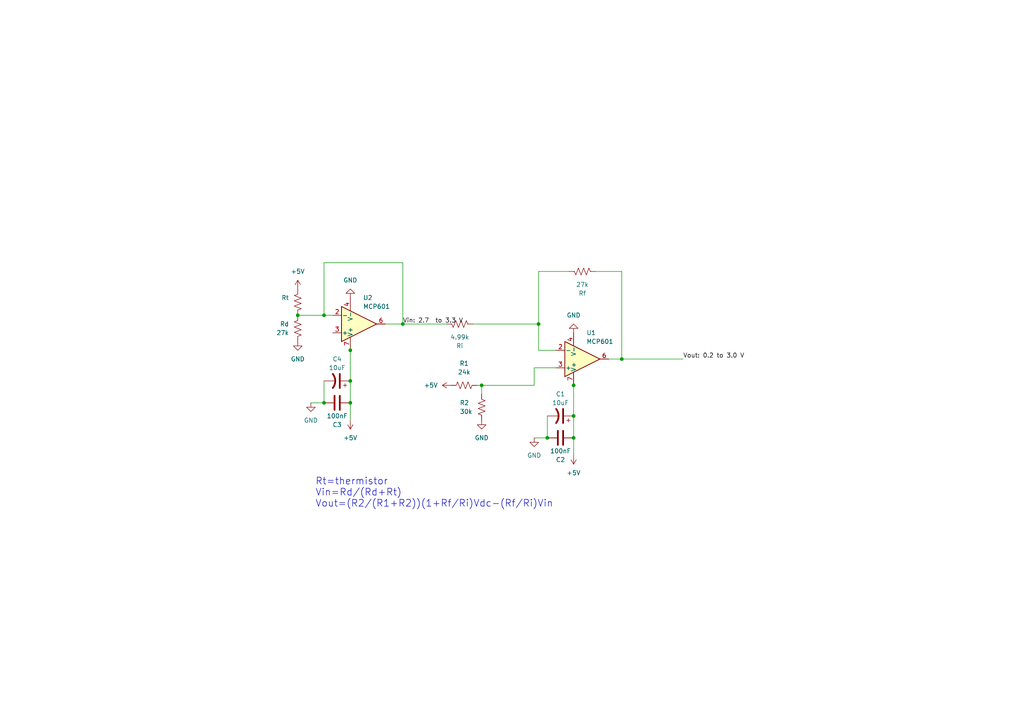
<source format=kicad_sch>
(kicad_sch (version 20230121) (generator eeschema)
  (paper "A4")
  (lib_symbols
    (symbol "Amplifier_Operational:MCP601-xSN" (pin_names (offset 0.127))
      (property "Reference" "U" (at 0 6.35 0))
      (property "Value" "MCP601-xSN" (at 0 3.81 0))
      (symbol "MCP601-xSN_0_1"
        (polyline (pts (xy -5.08 5.08) (xy 5.08 0) (xy -5.08 -5.08) (xy -5.08 5.08)) (stroke (width 0.254)) (fill (type background)))
      )
      (symbol "MCP601-xSN_1_1"
        (pin no_connect line (at -2.54 2.54 270) (length 2.54) hide (name "NC") (number "1"))
        (pin input line (at -7.62 -2.54 0) (length 2.54) (name "-") (number "2"))
        (pin input line (at -7.62 2.54 0) (length 2.54) (name "+") (number "3"))
        (pin power_in line (at -2.54 -7.62 90) (length 3.81) (name "V-") (number "4"))
        (pin no_connect line (at 0 2.54 270) (length 2.54) hide (name "NC") (number "5"))
        (pin output line (at 7.62 0 180) (length 2.54) (name "~") (number "6"))
        (pin power_in line (at -2.54 7.62 270) (length 3.81) (name "V+") (number "7"))
        (pin no_connect line (at 0 -2.54 90) (length 2.54) hide (name "NC") (number "8"))
      )
    )
    (symbol "Device:C" (pin_numbers hide) (pin_names (offset 0.254))
      (property "Reference" "C" (at 0.635 2.54 0))
      (property "Value" "C" (at 0.635 -2.54 0))
      (symbol "C_0_1"
        (polyline (pts (xy -2.032 -0.762) (xy 2.032 -0.762)) (stroke (width 0.508)))
        (polyline (pts (xy -2.032 0.762) (xy 2.032 0.762)) (stroke (width 0.508)))
      )
      (symbol "C_1_1"
        (pin passive line (at 0 3.81 270) (length 2.794) (name "~") (number "1"))
        (pin passive line (at 0 -3.81 90) (length 2.794) (name "~") (number "2"))
      )
    )
    (symbol "Device:C_Polarized_US" (pin_numbers hide) (pin_names (offset 0.254) hide)
      (property "Reference" "C" (at 0.635 2.54 0))
      (property "Value" "C_Polarized_US" (at 0.635 -2.54 0))
      (symbol "C_Polarized_US_0_1"
        (polyline (pts (xy -2.032 0.762) (xy 2.032 0.762)) (stroke (width 0.508)))
        (polyline (pts (xy -1.778 2.286) (xy -0.762 2.286)))
        (polyline (pts (xy -1.27 1.778) (xy -1.27 2.794)))
        (arc (start 2.032 -1.27) (mid 0 -0.5572) (end -2.032 -1.27) (stroke (width 0.508)))
      )
      (symbol "C_Polarized_US_1_1"
        (pin passive line (at 0 3.81 270) (length 2.794) (name "~") (number "1"))
        (pin passive line (at 0 -3.81 90) (length 3.302) (name "~") (number "2"))
      )
    )
    (symbol "Device:R_US" (pin_numbers hide) (pin_names (offset 0))
      (property "Reference" "R" (at 2.54 0 90))
      (property "Value" "R_US" (at -2.54 0 90))
      (symbol "R_US_0_1"
        (polyline (pts (xy 0 -2.286) (xy 0 -2.54)))
        (polyline (pts (xy 0 2.286) (xy 0 2.54)))
        (polyline (pts (xy 0 -0.762) (xy 1.016 -1.143) (xy 0 -1.524) (xy -1.016 -1.905) (xy 0 -2.286)))
        (polyline (pts (xy 0 0.762) (xy 1.016 0.381) (xy 0 0) (xy -1.016 -0.381) (xy 0 -0.762)))
        (polyline (pts (xy 0 2.286) (xy 1.016 1.905) (xy 0 1.524) (xy -1.016 1.143) (xy 0 0.762)))
      )
      (symbol "R_US_1_1"
        (pin passive line (at 0 3.81 270) (length 1.27) (name "~") (number "1"))
        (pin passive line (at 0 -3.81 90) (length 1.27) (name "~") (number "2"))
      )
    )
    (symbol "power:+5V" (power) (pin_names (offset 0))
      (property "Value" "+5V" (at 0 3.556 0))
      (symbol "+5V_0_1"
        (polyline (pts (xy -0.762 1.27) (xy 0 2.54)))
        (polyline (pts (xy 0 0) (xy 0 2.54)))
        (polyline (pts (xy 0 2.54) (xy 0.762 1.27)))
      )
      (symbol "+5V_1_1"
        (pin power_in line (at 0 0 90) (length 0) hide (name "+5V") (number "1"))
      )
    )
    (symbol "power:GND" (power) (pin_names (offset 0))
      (property "Value" "GND" (at 0 -3.81 0))
      (symbol "GND_0_1"
        (polyline (pts (xy 0 0) (xy 0 -1.27) (xy 1.27 -1.27) (xy 0 -2.54) (xy -1.27 -1.27) (xy 0 -1.27)))
      )
      (symbol "GND_1_1"
        (pin power_in line (at 0 0 270) (length 0) hide (name "GND") (number "1"))
      )
    )
  )
  (junction (at 158.75 127))
  (junction (at 166.37 111.76))
  (junction (at 86.36 91.44))
  (junction (at 101.6 116.84))
  (junction (at 101.6 101.6))
  (junction (at 180.34 104.14))
  (junction (at 139.7 111.76))
  (junction (at 93.98 116.84))
  (junction (at 166.37 127))
  (junction (at 116.84 93.98))
  (junction (at 156.21 93.98))
  (junction (at 93.98 91.44))
  (junction (at 101.6 110.49))
  (junction (at 166.37 120.65))
  (wire (pts (xy 156.21 101.6) (xy 161.29 101.6)))
  (wire (pts (xy 166.37 107.95) (xy 166.37 111.76)))
  (wire (pts (xy 116.84 93.98) (xy 129.54 93.98)))
  (wire (pts (xy 138.43 111.76) (xy 139.7 111.76)))
  (wire (pts (xy 93.98 91.44) (xy 96.52 91.44)))
  (wire (pts (xy 166.37 127) (xy 166.37 120.65)))
  (wire (pts (xy 116.84 76.2) (xy 116.84 93.98)))
  (wire (pts (xy 101.6 121.92) (xy 101.6 116.84)))
  (wire (pts (xy 93.98 110.49) (xy 93.98 116.84)))
  (wire (pts (xy 139.7 111.76) (xy 139.7 114.3)))
  (wire (pts (xy 180.34 104.14) (xy 198.12 104.14)))
  (wire (pts (xy 101.6 101.6) (xy 101.6 110.49)))
  (wire (pts (xy 156.21 93.98) (xy 156.21 101.6)))
  (wire (pts (xy 180.34 78.74) (xy 180.34 104.14)))
  (wire (pts (xy 166.37 132.08) (xy 166.37 127)))
  (wire (pts (xy 172.72 78.74) (xy 180.34 78.74)))
  (wire (pts (xy 176.53 104.14) (xy 180.34 104.14)))
  (wire (pts (xy 93.98 76.2) (xy 116.84 76.2)))
  (wire (pts (xy 166.37 111.76) (xy 166.37 120.65)))
  (wire (pts (xy 137.16 93.98) (xy 156.21 93.98)))
  (wire (pts (xy 101.6 97.79) (xy 101.6 101.6)))
  (wire (pts (xy 93.98 76.2) (xy 93.98 91.44)))
  (wire (pts (xy 90.17 116.84) (xy 93.98 116.84)))
  (wire (pts (xy 158.75 120.65) (xy 158.75 127)))
  (wire (pts (xy 154.94 111.76) (xy 139.7 111.76)))
  (wire (pts (xy 86.36 91.44) (xy 93.98 91.44)))
  (wire (pts (xy 154.94 106.68) (xy 154.94 111.76)))
  (wire (pts (xy 111.76 93.98) (xy 116.84 93.98)))
  (wire (pts (xy 156.21 78.74) (xy 165.1 78.74)))
  (wire (pts (xy 156.21 93.98) (xy 156.21 78.74)))
  (wire (pts (xy 154.94 127) (xy 158.75 127)))
  (wire (pts (xy 101.6 116.84) (xy 101.6 110.49)))
  (wire (pts (xy 154.94 106.68) (xy 161.29 106.68)))
  (text "Rt=thermistor\nVin=Rd/(Rd+Rt)\nVout=(R2/(R1+R2))(1+Rf/Ri)Vdc-(Rf/Ri)Vin" (at 91.44 147.32 0) (effects (font (size 2 2)) (justify left bottom)))
  (label "Vin: 2.7  to 3.3 V" (at 116.84 93.98 0))
  (label "Vout: 0.2 to 3.0 V" (at 198.12 104.14 0))
  (symbol (lib_id "Device:C") (at 162.56 127 270) (unit 1)
    (property "Reference" "C2" (at 162.56 133.35 90))
    (property "Value" "100nF" (at 162.56 130.81 90))
  )
  (symbol (lib_id "power:GND") (at 90.17 116.84 0) (unit 1)
    (property "Reference" "#PWR011" (effects hide))
    (property "Value" "GND" (at 90.17 121.92 0))
  )
  (symbol (lib_id "power:GND") (at 101.6 86.36 180) (unit 1)
    (property "Reference" "#PWR09" (effects hide))
    (property "Value" "GND" (at 101.6 81.28 0))
  )
  (symbol (lib_id "power:+5V") (at 166.37 132.08 180) (unit 1)
    (property "Reference" "#PWR03" (effects hide))
    (property "Value" "+5V" (at 166.37 137.16 0))
  )
  (symbol (lib_id "power:GND") (at 139.7 121.92 0) (unit 1)
    (property "Reference" "#PWR04" (effects hide))
    (property "Value" "GND" (at 139.7 127 0))
  )
  (symbol (lib_id "power:+5V") (at 130.81 111.76 90) (unit 1)
    (property "Reference" "#PWR01" (effects hide))
    (property "Value" "+5V" (at 127 111.76 90) (effects (justify left)))
  )
  (symbol (lib_id "Device:R_US") (at 134.62 111.76 90) (unit 1)
    (property "Reference" "R1" (at 134.62 105.41 90))
    (property "Value" "24k" (at 134.62 107.95 90))
  )
  (symbol (lib_id "Device:C_Polarized_US") (at 97.79 110.49 270) (mirror x) (unit 1)
    (property "Reference" "C4" (at 97.79 104.14 90))
    (property "Value" "10uF" (at 97.79 106.68 90))
  )
  (symbol (lib_id "Amplifier_Operational:MCP601-xSN") (at 168.91 104.14 0) (mirror x) (unit 1)
    (property "Reference" "U1" (at 171.45 96.52 0))
    (property "Value" "MCP601" (at 173.99 99.06 0))
    (property "Footprint" "Package_SO:SOIC-8_3.9x4.9mm_P1.27mm" (effects hide))
    (property "Datasheet" "http://ww1.microchip.com/downloads/en/DeviceDoc/21314g.pdf" (effects hide))
  )
  (symbol (lib_id "Device:C") (at 97.79 116.84 270) (unit 1)
    (property "Reference" "C3" (at 97.79 123.19 90))
    (property "Value" "100nF" (at 97.79 120.65 90))
  )
  (symbol (lib_id "power:GND") (at 86.36 99.06 0) (mirror y) (unit 1)
    (property "Reference" "#PWR07" (effects hide))
    (property "Value" "GND" (at 86.36 104.14 0))
  )
  (symbol (lib_id "power:+5V") (at 86.36 83.82 0) (mirror y) (unit 1)
    (property "Reference" "#PWR06" (effects hide))
    (property "Value" "+5V" (at 86.36 78.74 0))
  )
  (symbol (lib_id "Device:R_US") (at 139.7 118.11 0) (unit 1)
    (property "Reference" "R2" (at 133.35 116.84 0) (effects (justify left)))
    (property "Value" "30k" (at 133.35 119.38 0) (effects (justify left)))
  )
  (symbol (lib_id "Device:R_US") (at 86.36 87.63 0) (mirror y) (unit 1)
    (property "Reference" "Rt" (at 83.82 86.36 0) (effects (justify left)))
    (property "Value" "R_US" (effects hide))
  )
  (symbol (lib_id "Device:R_US") (at 86.36 95.25 0) (mirror y) (unit 1)
    (property "Reference" "Rd" (at 83.82 93.98 0) (effects (justify left)))
    (property "Value" "27k" (at 83.82 96.52 0) (effects (justify left)))
  )
  (symbol (lib_id "Amplifier_Operational:MCP601-xSN") (at 104.14 93.98 0) (mirror x) (unit 1)
    (property "Reference" "U2" (at 106.68 86.36 0))
    (property "Value" "MCP601" (at 109.22 88.9 0))
    (property "Footprint" "Package_SO:SOIC-8_3.9x4.9mm_P1.27mm" (effects hide))
    (property "Datasheet" "http://ww1.microchip.com/downloads/en/DeviceDoc/21314g.pdf" (effects hide))
  )
  (symbol (lib_id "Device:C_Polarized_US") (at 162.56 120.65 270) (mirror x) (unit 1)
    (property "Reference" "C1" (at 162.56 114.3 90))
    (property "Value" "10uF" (at 162.56 116.84 90))
  )
  (symbol (lib_id "power:GND") (at 166.37 96.52 180) (unit 1)
    (property "Reference" "#PWR02" (effects hide))
    (property "Value" "GND" (at 166.37 91.44 0))
  )
  (symbol (lib_id "Device:R_US") (at 168.91 78.74 90) (mirror x) (unit 1)
    (property "Reference" "Rf" (at 168.91 85.09 90))
    (property "Value" "27k" (at 168.91 82.55 90))
  )
  (symbol (lib_id "power:GND") (at 154.94 127 0) (unit 1)
    (property "Reference" "#PWR010" (effects hide))
    (property "Value" "GND" (at 154.94 132.08 0))
  )
  (symbol (lib_id "power:+5V") (at 101.6 121.92 180) (unit 1)
    (property "Reference" "#PWR08" (effects hide))
    (property "Value" "+5V" (at 101.6 127 0))
  )
  (symbol (lib_id "Device:R_US") (at 133.35 93.98 90) (mirror x) (unit 1)
    (property "Reference" "Ri" (at 133.35 100.33 90))
    (property "Value" "4.99k" (at 133.35 97.79 90))
  )
)
</source>
